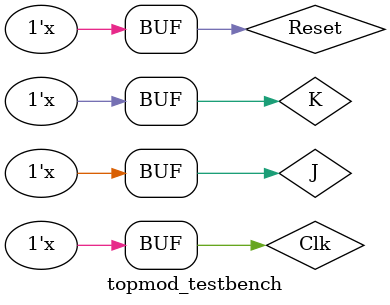
<source format=v>
`timescale 1ns / 1ps


module topmod_testbench();

reg J, K;
reg Clk, Reset;
wire Q_syn, Q_asyn;

JKFF_synch JKFFtest(.Q(Q_syn), .J(J), .K(K), .Reset(Reset), .Clk(Clk));
JKFF_asynch JKFFtest2(.Q(Q_asyn), .J(J), .K(K), .Reset(Reset), .Clk(Clk));

initial begin
J = 0;
K = 0;
Clk = 0;
Reset = 0;
end

always #7 Clk=~Clk;
always #13 J=~J;
always #17 K=~K;
always #19 Reset=~Reset;

endmodule

</source>
